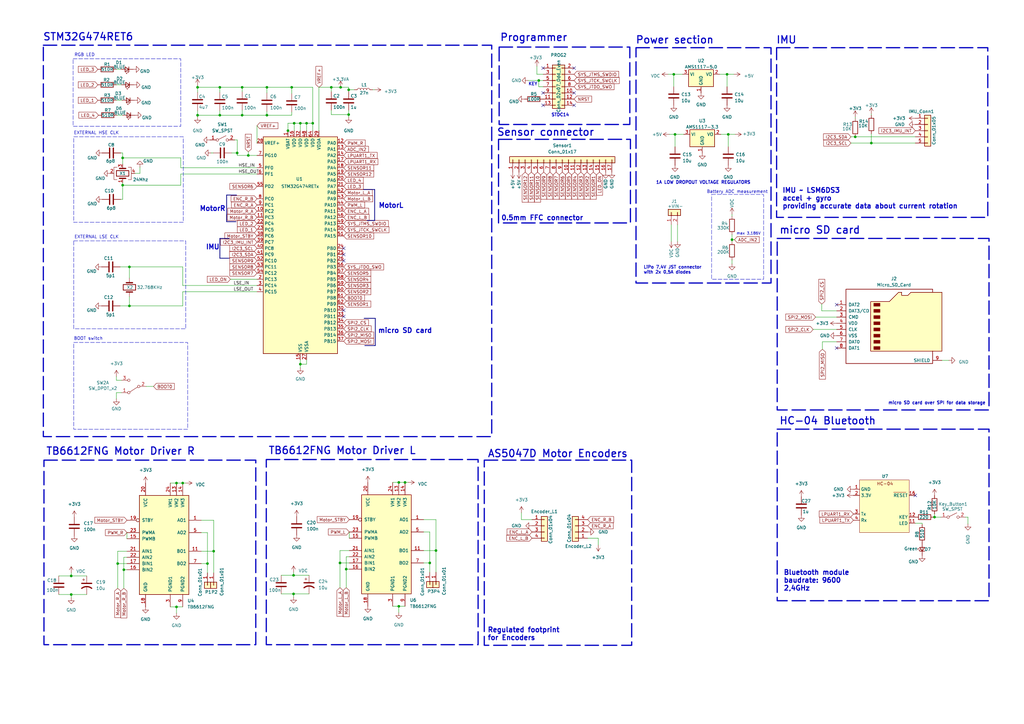
<source format=kicad_sch>
(kicad_sch (version 20231120) (generator "eeschema") (generator_version "8.0")
  (paper "A3")
  (junction (at 53.086 109.474))
  (junction (at 139.7 35.814))
  (junction (at 101.854 63.754))
  (junction (at 90.17 35.814))
  (junction (at 143.002 36.83))
  (junction (at 90.17 47.244))
  (junction (at 276.352 30.48))
  (junction (at 81.026 47.244))
  (junction (at 300.228 98.298))
  (junction (at 72.39 198.12))
  (junction (at 50.292 75.946))
  (junction (at 74.93 198.12))
  (junction (at 87.63 226.06))
  (junction (at 123.19 50.546))
  (junction (at 50.8 233.68))
  (junction (at 120.396 243.586))
  (junction (at 139.446 230.886))
  (junction (at 163.576 197.866))
  (junction (at 85.09 231.14))
  (junction (at 178.816 225.806))
  (junction (at 109.474 47.244))
  (junction (at 128.27 50.546))
  (junction (at 120.396 235.966))
  (junction (at 350.774 56.134))
  (junction (at 141.986 233.426))
  (junction (at 99.314 35.814))
  (junction (at 176.276 230.886))
  (junction (at 99.314 47.244))
  (junction (at 298.196 30.48))
  (junction (at 72.39 248.92))
  (junction (at 118.11 53.594))
  (junction (at 220.98 33.02))
  (junction (at 81.026 35.814))
  (junction (at 166.116 197.866))
  (junction (at 357.378 58.674))
  (junction (at 29.21 243.84))
  (junction (at 123.19 149.352))
  (junction (at 48.26 231.14))
  (junction (at 276.86 55.118))
  (junction (at 97.282 62.738))
  (junction (at 119.634 35.814))
  (junction (at 29.21 236.22))
  (junction (at 109.474 35.814))
  (junction (at 298.704 55.118))
  (junction (at 163.576 248.666))
  (junction (at 383.286 212.09))
  (junction (at 135.89 35.814))
  (junction (at 50.292 64.77))
  (junction (at 125.73 50.546))
  (junction (at 143.002 46.99))
  (junction (at 53.086 125.476))
  (junction (at 120.65 50.546))
  (no_connect (at 140.97 129.794))
  (no_connect (at 343.154 124.968))
  (no_connect (at 140.97 106.934))
  (no_connect (at 140.97 127.254))
  (no_connect (at 140.97 101.854))
  (no_connect (at 375.412 203.2))
  (no_connect (at 343.154 142.748))
  (no_connect (at 235.458 27.94))
  (no_connect (at 235.458 38.1))
  (no_connect (at 222.758 38.1))
  (no_connect (at 140.97 104.394))
  (no_connect (at 222.758 43.18))
  (no_connect (at 222.758 27.94))
  (no_connect (at 235.458 43.18))
  (wire (pts (xy 130.81 35.814) (xy 135.89 35.814)))
  (wire (pts (xy 76.2 198.12) (xy 74.93 198.12)))
  (wire (pts (xy 53.086 109.474) (xy 74.93 109.474)))
  (wire (pts (xy 90.17 47.244) (xy 99.314 47.244)))
  (wire (pts (xy 378.206 214.63) (xy 378.206 215.138)))
  (wire (pts (xy 274.574 55.118) (xy 276.86 55.118)))
  (wire (pts (xy 295.656 55.118) (xy 298.704 55.118)))
  (wire (pts (xy 97.282 57.404) (xy 97.282 62.738)))
  (wire (pts (xy 125.73 50.546) (xy 128.27 50.546)))
  (wire (pts (xy 120.396 243.586) (xy 126.746 243.586)))
  (wire (pts (xy 337.312 140.208) (xy 337.312 143.256)))
  (wire (pts (xy 105.41 51.562) (xy 105.41 58.674)))
  (wire (pts (xy 90.17 45.466) (xy 90.17 47.244)))
  (wire (pts (xy 29.21 243.84) (xy 29.21 245.11)))
  (wire (pts (xy 47.752 41.148) (xy 50.038 41.148)))
  (wire (pts (xy 101.854 62.23) (xy 101.854 63.754)))
  (wire (pts (xy 348.996 56.134) (xy 350.774 56.134)))
  (wire (pts (xy 300.228 96.266) (xy 300.228 98.298)))
  (wire (pts (xy 109.474 35.814) (xy 99.314 35.814)))
  (wire (pts (xy 139.446 241.046) (xy 139.446 230.886)))
  (wire (pts (xy 118.11 53.848) (xy 118.11 53.594)))
  (wire (pts (xy 50.8 233.68) (xy 52.07 233.68)))
  (wire (pts (xy 109.474 45.72) (xy 109.474 47.244)))
  (wire (pts (xy 48.26 231.14) (xy 52.07 231.14)))
  (wire (pts (xy 109.474 47.244) (xy 119.634 47.244)))
  (wire (pts (xy 143.002 36.83) (xy 143.002 37.592)))
  (wire (pts (xy 53.086 125.476) (xy 74.93 125.476)))
  (wire (pts (xy 49.276 125.476) (xy 53.086 125.476)))
  (bus (pts (xy 90.17 105.918) (xy 93.98 105.918)))
  (wire (pts (xy 47.752 34.798) (xy 49.784 34.798)))
  (wire (pts (xy 85.09 231.14) (xy 85.09 234.95)))
  (wire (pts (xy 378.206 214.63) (xy 375.412 214.63)))
  (wire (pts (xy 94.488 114.554) (xy 105.41 114.554)))
  (wire (pts (xy 275.336 92.202) (xy 275.336 99.06)))
  (wire (pts (xy 135.89 46.99) (xy 135.89 45.212)))
  (wire (pts (xy 120.396 234.696) (xy 120.396 235.966)))
  (wire (pts (xy 139.446 230.886) (xy 143.256 230.886)))
  (wire (pts (xy 29.21 236.22) (xy 35.56 236.22)))
  (wire (pts (xy 167.386 197.866) (xy 166.116 197.866)))
  (wire (pts (xy 123.19 50.546) (xy 125.73 50.546)))
  (wire (pts (xy 50.8 228.6) (xy 50.8 233.68)))
  (wire (pts (xy 97.282 57.404) (xy 96.266 57.404)))
  (wire (pts (xy 48.26 226.06) (xy 52.07 226.06)))
  (wire (pts (xy 123.19 50.546) (xy 123.19 53.594)))
  (wire (pts (xy 385.826 212.09) (xy 383.286 212.09)))
  (wire (pts (xy 125.73 50.546) (xy 125.73 53.594)))
  (wire (pts (xy 163.576 197.866) (xy 166.116 197.866)))
  (wire (pts (xy 357.378 58.674) (xy 375.412 58.674)))
  (wire (pts (xy 128.27 53.594) (xy 128.27 50.546)))
  (wire (pts (xy 72.39 248.92) (xy 72.39 251.46)))
  (wire (pts (xy 245.364 220.726) (xy 241.046 220.726)))
  (bus (pts (xy 153.924 141.732) (xy 149.606 141.732)))
  (wire (pts (xy 85.09 218.44) (xy 85.09 231.14)))
  (wire (pts (xy 123.19 150.876) (xy 123.19 149.352)))
  (wire (pts (xy 99.314 35.814) (xy 99.314 37.592)))
  (bus (pts (xy 97.028 80.01) (xy 92.964 80.01)))
  (wire (pts (xy 29.21 234.95) (xy 29.21 236.22)))
  (wire (pts (xy 276.86 55.118) (xy 280.416 55.118)))
  (wire (pts (xy 49.276 109.474) (xy 53.086 109.474)))
  (wire (pts (xy 213.868 213.106) (xy 218.186 213.106)))
  (bus (pts (xy 149.352 130.556) (xy 153.924 130.556)))
  (wire (pts (xy 82.55 226.06) (xy 87.63 226.06)))
  (bus (pts (xy 153.67 77.724) (xy 153.67 90.424)))
  (bus (pts (xy 92.964 80.01) (xy 92.964 90.932)))
  (wire (pts (xy 53.086 121.666) (xy 53.086 125.476)))
  (wire (pts (xy 386.334 147.828) (xy 389.128 147.828)))
  (wire (pts (xy 50.292 81.788) (xy 49.53 81.788)))
  (wire (pts (xy 178.816 225.806) (xy 178.816 234.696)))
  (wire (pts (xy 118.11 53.594) (xy 118.11 50.546)))
  (bus (pts (xy 149.098 77.724) (xy 153.67 77.724)))
  (wire (pts (xy 120.65 53.594) (xy 120.65 50.546)))
  (wire (pts (xy 119.634 35.814) (xy 109.474 35.814)))
  (wire (pts (xy 135.89 35.814) (xy 139.7 35.814)))
  (wire (pts (xy 397.002 212.09) (xy 395.986 212.09)))
  (wire (pts (xy 300.228 98.298) (xy 300.228 99.06)))
  (wire (pts (xy 50.292 64.77) (xy 50.292 67.31)))
  (wire (pts (xy 120.396 235.966) (xy 126.746 235.966)))
  (wire (pts (xy 163.576 248.666) (xy 166.116 248.666)))
  (wire (pts (xy 72.39 198.12) (xy 74.93 198.12)))
  (wire (pts (xy 276.86 55.118) (xy 276.86 60.198)))
  (wire (pts (xy 118.11 50.546) (xy 120.65 50.546)))
  (wire (pts (xy 298.196 30.48) (xy 298.196 35.56)))
  (bus (pts (xy 93.98 97.79) (xy 90.17 97.79)))
  (wire (pts (xy 81.026 35.814) (xy 81.026 37.846)))
  (wire (pts (xy 357.378 47.244) (xy 357.378 46.736)))
  (wire (pts (xy 143.002 45.212) (xy 143.002 46.99)))
  (wire (pts (xy 49.784 155.956) (xy 47.752 155.956)))
  (wire (pts (xy 173.736 225.806) (xy 178.816 225.806)))
  (wire (pts (xy 383.286 210.82) (xy 383.286 212.09)))
  (wire (pts (xy 222.758 35.56) (xy 220.98 35.56)))
  (wire (pts (xy 143.256 218.186) (xy 143.256 220.726)))
  (wire (pts (xy 49.784 161.036) (xy 47.752 161.036)))
  (wire (pts (xy 350.774 56.134) (xy 375.412 56.134)))
  (wire (pts (xy 24.13 236.22) (xy 29.21 236.22)))
  (wire (pts (xy 52.07 228.6) (xy 50.8 228.6)))
  (wire (pts (xy 74.168 68.834) (xy 105.41 68.834)))
  (wire (pts (xy 69.85 248.92) (xy 72.39 248.92)))
  (wire (pts (xy 101.854 63.754) (xy 97.282 63.754)))
  (wire (pts (xy 173.736 230.886) (xy 176.276 230.886)))
  (wire (pts (xy 216.662 33.02) (xy 220.98 33.02)))
  (wire (pts (xy 82.55 231.14) (xy 85.09 231.14)))
  (wire (pts (xy 343.154 140.208) (xy 337.312 140.208)))
  (wire (pts (xy 47.752 28.448) (xy 49.53 28.448)))
  (wire (pts (xy 145.288 36.83) (xy 143.002 36.83)))
  (wire (pts (xy 123.19 149.352) (xy 125.73 149.352)))
  (wire (pts (xy 81.026 47.244) (xy 90.17 47.244)))
  (wire (pts (xy 74.168 71.374) (xy 74.168 75.946)))
  (wire (pts (xy 143.256 228.346) (xy 141.986 228.346)))
  (wire (pts (xy 176.276 230.886) (xy 176.276 234.696)))
  (wire (pts (xy 57.404 68.58) (xy 57.404 71.12)))
  (wire (pts (xy 245.364 223.52) (xy 245.364 220.726)))
  (wire (pts (xy 295.148 30.48) (xy 298.196 30.48)))
  (wire (pts (xy 220.218 27.178) (xy 220.218 30.48)))
  (wire (pts (xy 277.876 92.202) (xy 277.876 99.06)))
  (wire (pts (xy 337.058 124.714) (xy 337.058 127.508)))
  (wire (pts (xy 81.026 35.052) (xy 81.026 35.814)))
  (wire (pts (xy 47.752 155.956) (xy 47.752 154.432)))
  (wire (pts (xy 120.65 50.546) (xy 123.19 50.546)))
  (wire (pts (xy 74.168 71.374) (xy 105.41 71.374)))
  (wire (pts (xy 276.352 30.48) (xy 279.908 30.48)))
  (wire (pts (xy 81.026 45.466) (xy 81.026 47.244)))
  (wire (pts (xy 357.378 54.864) (xy 357.378 58.674)))
  (wire (pts (xy 135.89 46.99) (xy 143.002 46.99)))
  (wire (pts (xy 74.168 64.77) (xy 74.168 68.834)))
  (wire (pts (xy 86.614 62.738) (xy 87.376 62.738)))
  (wire (pts (xy 87.63 213.36) (xy 87.63 226.06)))
  (wire (pts (xy 298.704 55.118) (xy 301.498 55.118)))
  (wire (pts (xy 99.314 35.814) (xy 90.17 35.814)))
  (wire (pts (xy 74.93 119.634) (xy 105.41 119.634)))
  (wire (pts (xy 24.13 243.84) (xy 29.21 243.84)))
  (wire (pts (xy 74.168 64.77) (xy 50.292 64.77)))
  (wire (pts (xy 74.93 125.476) (xy 74.93 119.634)))
  (wire (pts (xy 52.07 218.44) (xy 52.07 220.98)))
  (wire (pts (xy 300.228 98.298) (xy 301.244 98.298)))
  (wire (pts (xy 213.868 210.312) (xy 213.868 213.106)))
  (wire (pts (xy 161.036 248.666) (xy 163.576 248.666)))
  (wire (pts (xy 220.218 30.48) (xy 222.758 30.48)))
  (wire (pts (xy 90.17 35.814) (xy 81.026 35.814)))
  (wire (pts (xy 173.736 213.106) (xy 178.816 213.106)))
  (wire (pts (xy 74.168 75.946) (xy 50.292 75.946)))
  (wire (pts (xy 99.314 47.244) (xy 109.474 47.244)))
  (wire (pts (xy 48.26 231.14) (xy 48.26 241.3)))
  (wire (pts (xy 90.17 35.814) (xy 90.17 37.846)))
  (wire (pts (xy 82.55 213.36) (xy 87.63 213.36)))
  (wire (pts (xy 178.816 213.106) (xy 178.816 225.806)))
  (wire (pts (xy 298.196 30.48) (xy 300.99 30.48)))
  (wire (pts (xy 141.986 233.426) (xy 141.986 241.046)))
  (wire (pts (xy 69.85 198.12) (xy 72.39 198.12)))
  (wire (pts (xy 153.67 36.83) (xy 152.908 36.83)))
  (wire (pts (xy 128.27 35.814) (xy 119.634 35.814)))
  (wire (pts (xy 333.502 135.128) (xy 343.154 135.128)))
  (wire (pts (xy 276.352 30.48) (xy 276.352 35.56)))
  (wire (pts (xy 130.81 35.814) (xy 130.81 53.594)))
  (wire (pts (xy 48.006 47.244) (xy 50.292 47.244)))
  (wire (pts (xy 176.276 218.186) (xy 176.276 230.886)))
  (wire (pts (xy 163.576 248.666) (xy 163.576 251.206)))
  (wire (pts (xy 350.774 48.514) (xy 350.774 48.006)))
  (wire (pts (xy 97.282 63.754) (xy 97.282 62.738)))
  (wire (pts (xy 135.89 37.592) (xy 135.89 35.814)))
  (wire (pts (xy 161.036 197.866) (xy 163.576 197.866)))
  (wire (pts (xy 397.002 214.884) (xy 397.002 212.09)))
  (wire (pts (xy 97.282 62.738) (xy 94.996 62.738)))
  (wire (pts (xy 143.002 35.814) (xy 143.002 36.83)))
  (wire (pts (xy 220.98 33.02) (xy 222.758 33.02)))
  (wire (pts (xy 120.396 243.586) (xy 120.396 244.856)))
  (wire (pts (xy 139.446 225.806) (xy 143.256 225.806)))
  (wire (pts (xy 139.446 230.886) (xy 139.446 225.806)))
  (wire (pts (xy 53.086 114.046) (xy 53.086 109.474)))
  (wire (pts (xy 173.736 218.186) (xy 176.276 218.186)))
  (wire (pts (xy 59.944 158.496) (xy 62.992 158.496)))
  (wire (pts (xy 143.002 46.99) (xy 143.002 48.006)))
  (wire (pts (xy 82.55 218.44) (xy 85.09 218.44)))
  (bus (pts (xy 92.964 90.932) (xy 96.774 90.932)))
  (wire (pts (xy 348.996 58.674) (xy 357.378 58.674)))
  (wire (pts (xy 74.93 117.094) (xy 105.41 117.094)))
  (wire (pts (xy 119.634 35.814) (xy 119.634 38.354)))
  (bus (pts (xy 153.67 90.424) (xy 150.622 90.424)))
  (wire (pts (xy 125.73 149.352) (xy 125.73 147.574)))
  (wire (pts (xy 50.292 74.93) (xy 50.292 75.946)))
  (wire (pts (xy 50.8 233.68) (xy 50.8 241.3)))
  (wire (pts (xy 115.316 243.586) (xy 120.396 243.586)))
  (wire (pts (xy 274.066 30.48) (xy 276.352 30.48)))
  (wire (pts (xy 343.154 127.508) (xy 337.058 127.508)))
  (wire (pts (xy 109.474 35.814) (xy 109.474 38.1)))
  (wire (pts (xy 74.93 117.094) (xy 74.93 109.474)))
  (wire (pts (xy 81.026 48.006) (xy 81.026 47.244)))
  (wire (pts (xy 334.518 130.048) (xy 343.154 130.048)))
  (wire (pts (xy 101.854 63.754) (xy 105.41 63.754)))
  (bus (pts (xy 90.17 97.79) (xy 90.17 105.918)))
  (wire (pts (xy 298.704 55.118) (xy 298.704 60.198)))
  (wire (pts (xy 72.39 248.92) (xy 74.93 248.92)))
  (wire (pts (xy 87.63 226.06) (xy 87.63 234.95)))
  (wire (pts (xy 47.752 161.036) (xy 47.752 163.576)))
  (wire (pts (xy 141.986 233.426) (xy 143.256 233.426)))
  (wire (pts (xy 300.228 106.68) (xy 300.228 108.204)))
  (bus (pts (xy 153.924 130.556) (xy 153.924 141.732)))
  (wire (pts (xy 383.032 212.09) (xy 383.286 212.09)))
  (wire (pts (xy 139.7 35.814) (xy 143.002 35.814)))
  (wire (pts (xy 119.634 45.974) (xy 119.634 47.244)))
  (wire (pts (xy 141.986 228.346) (xy 141.986 233.426)))
  (wire (pts (xy 300.228 87.884) (xy 300.228 88.646)))
  (wire (pts (xy 50.292 75.946) (xy 50.292 81.788)))
  (wire (pts (xy 50.292 62.738) (xy 50.292 64.77)))
  (wire (pts (xy 49.53 62.738) (xy 50.292 62.738)))
  (wire (pts (xy 115.316 235.966) (xy 120.396 235.966)))
  (wire (pts (xy 57.404 71.12) (xy 55.372 71.12)))
  (wire (pts (xy 128.27 50.546) (xy 128.27 35.814)))
  (wire (pts (xy 29.21 243.84) (xy 35.56 243.84)))
  (wire (pts (xy 220.98 35.56) (xy 220.98 33.02)))
  (wire (pts (xy 99.314 45.212) (xy 99.314 47.244)))
  (wire (pts (xy 123.19 149.352) (xy 123.19 147.574)))
  (wire (pts (xy 48.26 231.14) (xy 48.26 226.06)))
  (rectangle (start 30.226 140.462) (end 76.962 176.022) (stroke (width 0) (type dash)))
  (rectangle (start 198.628 188.722) (end 259.08 264.668) (stroke (width 0.5) (type dash)))
  (rectangle (start 17.78 18.542) (end 201.676 179.07) (stroke (width 0.5) (type dash)))
  (rectangle (start 29.972 24.13) (end 74.168 51.816) (stroke (width 0) (type dash)))
  (rectangle (start 318.77 176.022) (end 405.638 246.38) (stroke (width 0.5) (type dash)))
  (rectangle (start 109.22 188.468) (end 196.088 264.414) (stroke (width 0.5) (type dash)))
  (rectangle (start 318.77 97.79) (end 405.638 168.148) (stroke (width 0.5) (type dash)))
  (rectangle (start 30.226 56.134) (end 75.184 91.186) (stroke (width 0) (type dash)))
  (rectangle (start 318.516 19.558) (end 405.13 89.154) (stroke (width 0.5) (type dash)))
  (rectangle (start 204.724 19.304) (end 258.318 51.054) (stroke (width 0.5) (type dash)))
  (rectangle (start 30.226 98.806) (end 76.2 134.874) (stroke (width 0) (type dash)))
  (rectangle (start 260.858 19.558) (end 316.23 116.078) (stroke (width 0.5) (type dash)))
  (rectangle (start 291.846 79.756) (end 313.182 114.554) (stroke (width 0) (type dash)))
  (rectangle (start 204.47 57.15) (end 258.572 91.44) (stroke (width 0.5) (type dash)))
  (rectangle (start 18.034 188.722) (end 104.902 264.414) (stroke (width 0.5) (type dash)))
  (text "EXTERNAL LSE CLK" (at 30.48 98.044 0) (effects (font (size 1.27 1.27)) (justify left bottom)))
  (text "BOOT switch" (at 30.226 139.7 0) (effects (font (size 1.27 1.27)) (justify left bottom)))
  (text "EXTERNAL HSE CLK" (at 30.226 55.372 0) (effects (font (size 1.27 1.27)) (justify left bottom)))
  (text "micro SD card" (at 319.532 96.266 0) (effects (font (size 3 3) (thickness 0.454) (bold yes)) (justify left bottom)))
  (text "IMU" (at 84.328 102.616 0) (effects (font (size 2 2) (thickness 0.4) (bold yes)) (justify left bottom)))
  (text "STM32G474RET6" (at 17.526 17.018 0) (effects (font (size 3 3) (thickness 0.454) (bold yes)) (justify left bottom)))
  (text "KEY" (at 216.662 35.306 0) (effects (font (size 1.27 1.27) (bold yes)) (justify left bottom)))
  (text "0.5mm FFC connector\n" (at 205.486 90.678 0) (effects (font (size 2 2) (thickness 0.4) (bold yes)) (justify left bottom)))
  (text "micro SD card" (at 154.94 136.906 0) (effects (font (size 2 2) (thickness 0.4) (bold yes)) (justify left bottom)))
  (text "RGB LED " (at 30.48 23.368 0) (effects (font (size 1.27 1.27)) (justify left bottom)))
  (text "AS5047D Motor Encoders" (at 199.898 187.96 0) (effects (font (size 3 3) (thickness 0.454) (bold yes)) (justify left bottom)))
  (text "MotorL\n" (at 155.194 85.598 0) (effects (font (size 2 2) (thickness 0.4) (bold yes)) (justify left bottom)))
  (text "Sensor connector" (at 203.708 56.134 0) (effects (font (size 3 3) (thickness 0.454) (bold yes)) (justify left bottom)))
  (text "STDC14" (at 226.06 48.006 0) (effects (font (size 1.27 1.27) (thickness 0.254) (bold yes)) (justify left bottom)))
  (text "Regulated footprint\nfor Encoders" (at 199.898 262.89 0) (effects (font (size 2 2) (thickness 0.4) (bold yes)) (justify left bottom)))
  (text "TB6612FNG Motor Driver L" (at 109.982 186.69 0) (effects (font (size 3 3) (thickness 0.454) (bold yes)) (justify left bottom)))
  (text "LiPo 7,4V JST connector\nwith 2x 0,5A diodes" (at 263.906 112.522 0) (effects (font (size 1.27 1.27) (thickness 0.254) (bold yes)) (justify left bottom)))
  (text "HC-04 Bluetooth" (at 319.532 174.498 0) (effects (font (size 3 3) (thickness 0.454) (bold yes)) (justify left bottom)))
  (text "micro SD card over SPI for data storage" (at 364.236 166.116 0) (effects (font (size 1.27 1.27) (thickness 0.254) (bold yes)) (justify left bottom)))
  (text "1A LOW DROPOUT VOLTAGE REGULATORS" (at 268.986 75.692 0) (effects (font (size 1.27 1.27) (thickness 0.254) (bold yes)) (justify left bottom)))
  (text "IMU" (at 318.262 18.288 0) (effects (font (size 3 3) (thickness 0.454) (bold yes)) (justify left bottom)))
  (text "IMU ~ LSM6DS3\naccel + gyro \nproviding accurate data about current rotation" (at 320.802 85.852 0) (effects (font (size 2 2) (thickness 0.4) (bold yes)) (justify left bottom)))
  (text "Power section" (at 260.604 18.288 0) (effects (font (size 3 3) (thickness 0.454) (bold yes)) (justify left bottom)))
  (text "Battery ADC measurement" (at 289.814 79.502 0) (effects (font (size 1.27 1.27)) (justify left bottom)))
  (text "max 3,186V" (at 302.006 96.52 0) (effects (font (size 1.1 1.1)) (justify left bottom)))
  (text "MotorR\n" (at 81.788 86.868 0) (effects (font (size 2 2) (thickness 0.4) (bold yes)) (justify left bottom)))
  (text "Programmer" (at 204.978 17.272 0) (effects (font (size 3 3) (thickness 0.454) (bold yes)) (justify left bottom)))
  (text "TB6612FNG Motor Driver R" (at 18.796 186.944 0) (effects (font (size 3 3) (thickness 0.454) (bold yes)) (justify left bottom)))
  (text "Bluetooth module\nbaudrate: 9600\n2,4GHz" (at 321.31 242.57 0) (effects (font (size 2 2) (thickness 0.4) (bold yes)) (justify left bottom)))
  (label "HSE_IN" (at 97.79 68.834 0))
  (label "LSE_OUT" (at 95.758 119.634 0))
  (label "HSE_OUT" (at 97.79 71.374 0))
  (label "LSE_IN" (at 95.758 117.094 0))
  (global_label "SPI2_CLK" (shape input) (at 333.502 135.128 180) (property "Intersheetrefs" "${INTERSHEET_REFS}" (effects (hide yes))))
  (global_label "SENSOR2" (shape input) (at 240.792 70.612 270) (property "Intersheetrefs" "${INTERSHEET_REFS}" (effects (hide yes))))
  (global_label "SENSOR5" (shape input) (at 140.97 112.014 0) (property "Intersheetrefs" "${INTERSHEET_REFS}" (effects (hide yes))))
  (global_label "SPI2_MISO" (shape input) (at 337.312 143.256 270) (property "Intersheetrefs" "${INTERSHEET_REFS}" (effects (hide yes))))
  (global_label "SENSOR1" (shape input) (at 140.97 124.714 0) (property "Intersheetrefs" "${INTERSHEET_REFS}" (effects (hide yes))))
  (global_label "SYS_JTDO_SWO" (shape input) (at 140.97 109.474 0) (property "Intersheetrefs" "${INTERSHEET_REFS}" (effects (hide yes))))
  (global_label "ADC_IN2" (shape input) (at 140.97 61.214 0) (property "Intersheetrefs" "${INTERSHEET_REFS}" (effects (hide yes))))
  (global_label "SENSOR5" (shape input) (at 233.172 70.612 270) (property "Intersheetrefs" "${INTERSHEET_REFS}" (effects (hide yes))))
  (global_label "Motor_L_A" (shape input) (at 140.97 78.994 0) (property "Intersheetrefs" "${INTERSHEET_REFS}" (effects (hide yes))))
  (global_label "SENSOR7" (shape input) (at 228.092 70.612 270) (property "Intersheetrefs" "${INTERSHEET_REFS}" (effects (hide yes))))
  (global_label "SPI2_CS" (shape input) (at 337.058 124.714 90) (property "Intersheetrefs" "${INTERSHEET_REFS}" (effects (hide yes))))
  (global_label "Motor_R_B" (shape input) (at 105.41 89.154 180) (property "Intersheetrefs" "${INTERSHEET_REFS}" (effects (hide yes))))
  (global_label "LED_ON" (shape input) (at 245.872 70.612 270) (property "Intersheetrefs" "${INTERSHEET_REFS}" (effects (hide yes))))
  (global_label "LED_2" (shape input) (at 105.41 91.694 180) (property "Intersheetrefs" "${INTERSHEET_REFS}" (effects (hide yes))))
  (global_label "I2C3_SDA" (shape input) (at 105.41 104.394 180) (property "Intersheetrefs" "${INTERSHEET_REFS}" (effects (hide yes))))
  (global_label "BOOT0" (shape input) (at 140.97 122.174 0) (property "Intersheetrefs" "${INTERSHEET_REFS}" (effects (hide yes))))
  (global_label "ENC_R_A" (shape input) (at 105.41 84.074 180) (property "Intersheetrefs" "${INTERSHEET_REFS}" (effects (hide yes))))
  (global_label "LED_1" (shape input) (at 105.41 94.234 180) (property "Intersheetrefs" "${INTERSHEET_REFS}" (effects (hide yes))))
  (global_label "LED_4" (shape input) (at 40.386 47.244 180) (property "Intersheetrefs" "${INTERSHEET_REFS}" (effects (hide yes))))
  (global_label "I2C3_IMU_INT" (shape input) (at 105.41 99.314 180) (property "Intersheetrefs" "${INTERSHEET_REFS}" (effects (hide yes))))
  (global_label "SENSOR3" (shape input) (at 238.252 70.612 270) (property "Intersheetrefs" "${INTERSHEET_REFS}" (effects (hide yes))))
  (global_label "SENSOR9" (shape input) (at 223.012 70.612 270) (property "Intersheetrefs" "${INTERSHEET_REFS}" (effects (hide yes))))
  (global_label "PWM_R" (shape input) (at 140.97 58.674 0) (property "Intersheetrefs" "${INTERSHEET_REFS}" (effects (hide yes))))
  (global_label "LPUART1_TX" (shape input) (at 140.97 63.754 0) (property "Intersheetrefs" "${INTERSHEET_REFS}" (effects (hide yes))))
  (global_label "SENSOR10" (shape input) (at 220.472 70.612 270) (property "Intersheetrefs" "${INTERSHEET_REFS}" (effects (hide yes))))
  (global_label "I2C3_SCL" (shape input) (at 348.996 58.674 180) (property "Intersheetrefs" "${INTERSHEET_REFS}" (effects (hide yes))))
  (global_label "SENSOR12" (shape input) (at 140.97 71.374 0) (property "Intersheetrefs" "${INTERSHEET_REFS}" (effects (hide yes))))
  (global_label "SENSOR4" (shape input) (at 235.712 70.612 270) (property "Intersheetrefs" "${INTERSHEET_REFS}" (effects (hide yes))))
  (global_label "LED_1" (shape input) (at 40.132 41.148 180) (property "Intersheetrefs" "${INTERSHEET_REFS}" (effects (hide yes))))
  (global_label "ENC_L_A" (shape input) (at 140.97 86.614 0) (property "Intersheetrefs" "${INTERSHEET_REFS}" (effects (hide yes))))
  (global_label "ENC_R_B" (shape input) (at 241.046 213.106 0) (property "Intersheetrefs" "${INTERSHEET_REFS}" (effects (hide yes))))
  (global_label "Motor_L_B" (shape input) (at 141.986 241.046 270) (property "Intersheetrefs" "${INTERSHEET_REFS}" (effects (hide yes))))
  (global_label "SENSOR3" (shape input) (at 140.97 117.094 0) (property "Intersheetrefs" "${INTERSHEET_REFS}" (effects (hide yes))))
  (global_label "SENSOR1" (shape input) (at 243.332 70.612 270) (property "Intersheetrefs" "${INTERSHEET_REFS}" (effects (hide yes))))
  (global_label "SENSOR7" (shape input) (at 105.41 112.014 180) (property "Intersheetrefs" "${INTERSHEET_REFS}" (effects (hide yes))))
  (global_label "VREF+" (shape input) (at 130.81 35.814 90) (property "Intersheetrefs" "${INTERSHEET_REFS}" (effects (hide yes))))
  (global_label "SPI2_MISO" (shape input) (at 140.97 137.414 0) (property "Intersheetrefs" "${INTERSHEET_REFS}" (effects (hide yes))))
  (global_label "NRST" (shape input) (at 235.458 40.64 0) (property "Intersheetrefs" "${INTERSHEET_REFS}" (effects (hide yes))))
  (global_label "PWM_L" (shape input) (at 140.97 84.074 0) (property "Intersheetrefs" "${INTERSHEET_REFS}" (effects (hide yes))))
  (global_label "LED_ON" (shape input) (at 94.488 114.554 180) (property "Intersheetrefs" "${INTERSHEET_REFS}" (effects (hide yes))))
  (global_label "NRST" (shape input) (at 101.854 62.23 90) (property "Intersheetrefs" "${INTERSHEET_REFS}" (effects (hide yes))))
  (global_label "SENSOR8" (shape input) (at 225.552 70.612 270) (property "Intersheetrefs" "${INTERSHEET_REFS}" (effects (hide yes))))
  (global_label "SENSOR12" (shape input) (at 215.392 70.612 270) (property "Intersheetrefs" "${INTERSHEET_REFS}" (effects (hide yes))))
  (global_label "Motor_R_A" (shape input) (at 105.41 86.614 180) (property "Intersheetrefs" "${INTERSHEET_REFS}" (effects (hide yes))))
  (global_label "ENC_R_B" (shape input) (at 105.41 81.534 180) (property "Intersheetrefs" "${INTERSHEET_REFS}" (effects (hide yes))))
  (global_label "LPUART1_RX" (shape input) (at 140.97 66.294 0) (property "Intersheetrefs" "${INTERSHEET_REFS}" (effects (hide yes))))
  (global_label "ENC_L_B" (shape input) (at 140.97 89.154 0) (property "Intersheetrefs" "${INTERSHEET_REFS}" (effects (hide yes))))
  (global_label "SENSOR8" (shape input) (at 105.41 109.474 180) (property "Intersheetrefs" "${INTERSHEET_REFS}" (effects (hide yes))))
  (global_label "I2C3_SCL" (shape input) (at 105.41 101.854 180) (property "Intersheetrefs" "${INTERSHEET_REFS}" (effects (hide yes))))
  (global_label "SPI2_CLK" (shape input) (at 140.97 134.874 0) (property "Intersheetrefs" "${INTERSHEET_REFS}" (effects (hide yes))))
  (global_label "SENSOR9" (shape input) (at 105.41 106.934 180) (property "Intersheetrefs" "${INTERSHEET_REFS}" (effects (hide yes))))
  (global_label "ENC_R_A" (shape input) (at 241.046 215.646 0) (property "Intersheetrefs" "${INTERSHEET_REFS}" (effects (hide yes))))
  (global_label "SENSOR6" (shape input) (at 230.632 70.612 270) (property "Intersheetrefs" "${INTERSHEET_REFS}" (effects (hide yes))))
  (global_label "SENSOR10" (shape input) (at 140.97 96.774 0) (property "Intersheetrefs" "${INTERSHEET_REFS}" (effects (hide yes))))
  (global_label "SYS_JTDO_SWO" (shape input) (at 235.458 35.56 0) (property "Intersheetrefs" "${INTERSHEET_REFS}" (effects (hide yes))))
  (global_label "ENC_L_B" (shape input) (at 218.186 220.726 180) (property "Intersheetrefs" "${INTERSHEET_REFS}" (effects (hide yes))))
  (global_label "Motor_STBY" (shape input) (at 143.256 213.106 180) (property "Intersheetrefs" "${INTERSHEET_REFS}" (effects (hide yes))))
  (global_label "SENSOR11" (shape input) (at 140.97 68.834 0) (property "Intersheetrefs" "${INTERSHEET_REFS}" (effects (hide yes))))
  (global_label "SENSOR11" (shape input) (at 217.932 70.612 270) (property "Intersheetrefs" "${INTERSHEET_REFS}" (effects (hide yes))))
  (global_label "LPUART1_TX" (shape input) (at 350.012 213.36 180) (property "Intersheetrefs" "${INTERSHEET_REFS}" (effects (hide yes))))
  (global_label "SENSOR6" (shape input) (at 105.41 76.454 180) (property "Intersheetrefs" "${INTERSHEET_REFS}" (effects (hide yes))))
  (global_label "Motor_R_A" (shape input) (at 48.26 241.3 270) (property "Intersheetrefs" "${INTERSHEET_REFS}" (effects (hide yes))))
  (global_label "LPUART1_RX" (shape input) (at 350.012 210.82 180) (property "Intersheetrefs" "${INTERSHEET_REFS}" (effects (hide yes))))
  (global_label "SYS_JTCK_SWCLK" (shape input) (at 235.458 33.02 0) (property "Intersheetrefs" "${INTERSHEET_REFS}" (effects (hide yes))))
  (global_label "SYS_JTMS_SWDIO" (shape input) (at 140.97 91.694 0) (property "Intersheetrefs" "${INTERSHEET_REFS}" (effects (hide yes))))
  (global_label "Motor_R_B" (shape input) (at 50.8 241.3 270) (property "Intersheetrefs" "${INTERSHEET_REFS}" (effects (hide yes))))
  (global_label "SYS_JTCK_SWCLK" (shape input) (at 140.97 94.234 0) (property "Intersheetrefs" "${INTERSHEET_REFS}" (effects (hide yes))))
  (global_label "VREF+" (shape input) (at 105.41 51.562 0) (property "Intersheetrefs" "${INTERSHEET_REFS}" (effects (hide yes))))
  (global_label "Motor_STBY" (shape input) (at 105.41 96.774 180) (property "Intersheetrefs" "${INTERSHEET_REFS}" (effects (hide yes))))
  (global_label "BOOT0" (shape input) (at 62.992 158.496 0) (property "Intersheetrefs" "${INTERSHEET_REFS}" (effects (hide yes))))
  (global_label "ENC_L_A" (shape input) (at 218.186 218.186 180) (property "Intersheetrefs" "${INTERSHEET_REFS}" (effects (hide yes))))
  (global_label "LED_2" (shape input) (at 40.132 34.798 180) (property "Intersheetrefs" "${INTERSHEET_REFS}" (effects (hide yes))))
  (global_label "SENSOR2" (shape input) (at 140.97 119.634 0) (property "Intersheetrefs" "${INTERSHEET_REFS}" (effects (hide yes))))
  (global_label "LED_3" (shape input) (at 140.97 76.454 0) (property "Intersheetrefs" "${INTERSHEET_REFS}" (effects (hide yes))))
  (global_label "ADC_IN2" (shape input) (at 301.244 98.298 0) (property "Intersheetrefs" "${INTERSHEET_REFS}" (effects (hide yes))))
  (global_label "SPI2_MOSI" (shape input) (at 140.97 139.954 0) (property "Intersheetrefs" "${INTERSHEET_REFS}" (effects (hide yes))))
  (global_label "SYS_JTMS_SWDIO" (shape input) (at 235.458 30.48 0) (property "Intersheetrefs" "${INTERSHEET_REFS}" (effects (hide yes))))
  (global_label "SENSOR4" (shape input) (at 140.97 114.554 0) (property "Intersheetrefs" "${INTERSHEET_REFS}" (effects (hide yes))))
  (global_label "Motor_L_B" (shape input) (at 140.97 81.534 0) (property "Intersheetrefs" "${INTERSHEET_REFS}" (effects (hide yes))))
  (global_label "SPI2_CS" (shape input) (at 140.97 132.334 0) (property "Intersheetrefs" "${INTERSHEET_REFS}" (effects (hide yes))))
  (global_label "PWM_L" (shape input) (at 143.256 218.186 180) (property "Intersheetrefs" "${INTERSHEET_REFS}" (effects (hide yes))))
  (global_label "LED_4" (shape input) (at 140.97 73.914 0) (property "Intersheetrefs" "${INTERSHEET_REFS}" (effects (hide yes))))
  (global_label "LED_3" (shape input) (at 40.132 28.448 180) (property "Intersheetrefs" "${INTERSHEET_REFS}" (effects (hide yes))))
  (global_label "Motor_L_A" (shape input) (at 139.446 241.046 270) (property "Intersheetrefs" "${INTERSHEET_REFS}" (effects (hide yes))))
  (global_label "I2C3_IMU_INT" (shape input) (at 375.412 53.594 180) (property "Intersheetrefs" "${INTERSHEET_REFS}" (effects (hide yes))))
  (global_label "I2C3_SDA" (shape input) (at 348.996 56.134 180) (property "Intersheetrefs" "${INTERSHEET_REFS}" (effects (hide yes))))
  (global_label "SPI2_MOSI" (shape input) (at 334.518 130.048 180) (property "Intersheetrefs" "${INTERSHEET_REFS}" (effects (hide yes))))
  (global_label "PWM_R" (shape input) (at 52.07 218.44 180) (property "Intersheetrefs" "${INTERSHEET_REFS}" (effects (hide yes))))
  (global_label "Motor_STBY" (shape input) (at 52.07 213.36 180) (property "Intersheetrefs" "${INTERSHEET_REFS}" (effects (hide yes))))
  (symbol (lib_id "power:GND") (at 343.154 137.668 270) (unit 1)
    (property "Reference" "#PWR024" (effects (hide yes)))
    (property "Value" "GND" (at 340.36 137.668 90) (effects (justify right)))
  )
  (symbol (lib_id "power:GND") (at 150.876 248.666 0) (unit 1)
    (property "Reference" "#PWR062" (effects (hide yes)))
    (property "Value" "GND" (at 150.876 253.746 0))
  )
  (symbol (lib_id "power:GND") (at 72.39 251.46 0) (unit 1)
    (property "Reference" "#PWR055" (effects (hide yes)))
    (property "Value" "GND" (at 72.39 256.54 0))
  )
  (symbol (lib_id "power:+3V3") (at 220.218 27.178 0) (unit 1)
    (property "Reference" "#PWR030" (effects (hide yes)))
    (property "Value" "+3V3" (at 219.71 23.622 0))
  )
  (symbol (lib_id "power:GND") (at 30.48 219.71 0) (unit 1)
    (property "Reference" "#PWR042" (effects (hide yes)))
    (property "Value" "GND" (at 30.48 224.79 0))
  )
  (symbol (lib_id "power:+3V3") (at 81.026 35.052 0) (unit 1)
    (property "Reference" "#PWR01" (effects (hide yes)))
    (property "Value" "+3V3" (at 81.026 31.75 0))
  )
  (symbol (lib_id "Device:R") (at 300.228 92.456 180) (unit 1)
    (property "Reference" "R4" (at 297.18 91.694 0))
    (property "Value" "330K" (at 296.672 93.472 0))
    (property "Footprint" "Resistor_SMD:R_0603_1608Metric" (effects (hide yes)))
  )
  (symbol (lib_id "Device:R") (at 218.948 40.64 90) (unit 1)
    (property "Reference" "R5" (at 218.948 38.608 90))
    (property "Value" "100R" (at 218.948 40.64 90))
    (property "Footprint" "Resistor_SMD:R_0603_1608Metric" (effects (hide yes)))
  )
  (symbol (lib_id "power:GND") (at 81.026 48.006 0) (unit 1)
    (property "Reference" "#PWR05" (effects (hide yes)))
    (property "Value" "GND" (at 81.026 53.594 0))
  )
  (symbol (lib_id "Device:C") (at 143.002 41.402 0) (unit 1)
    (property "Reference" "C3" (at 143.764 39.37 0) (effects (justify left)))
    (property "Value" "1u" (at 143.764 43.942 0) (effects (justify left)))
    (property "Footprint" "Capacitor_SMD:C_0603_1608Metric" (effects (hide yes)))
  )
  (symbol (lib_id "Device:C") (at 45.72 62.738 90) (unit 1)
    (property "Reference" "C8" (at 46.99 59.436 90) (effects (justify left)))
    (property "Value" "6p8" (at 47.244 66.04 90) (effects (justify left)))
    (property "Footprint" "Capacitor_SMD:C_0603_1608Metric" (effects (hide yes)))
  )
  (symbol (lib_id "Device:C_Polarized_US") (at 35.56 240.03 0) (unit 1)
    (property "Reference" "C19" (at 39.37 238.76 0) (effects (justify left)))
    (property "Value" "10u" (at 39.37 241.3 0) (effects (justify left)))
    (property "Footprint" "Capacitor_SMD:C_0603_1608Metric" (effects (hide yes)))
  )
  (symbol (lib_id "power:GND") (at 375.412 51.054 270) (unit 1)
    (property "Reference" "#PWR095" (effects (hide yes)))
    (property "Value" "GND" (at 371.094 51.0541 90) (effects (justify right)))
  )
  (symbol (lib_id "Device:C") (at 276.86 64.008 0) (unit 1)
    (property "Reference" "C15" (at 279.908 63.373 0) (effects (justify left)))
    (property "Value" "10u" (at 279.908 65.913 0) (effects (justify left)))
    (property "Footprint" "Capacitor_SMD:C_0603_1608Metric" (effects (hide yes)))
  )
  (symbol (lib_id "power:+3V3") (at 153.67 36.83 270) (unit 1)
    (property "Reference" "#PWR03" (effects (hide yes)))
    (property "Value" "+3V3" (at 157.48 37.465 90) (effects (justify left)))
  )
  (symbol (lib_id "Connector_Generic:Conn_01x04") (at 235.966 218.186 180) (unit 1)
    (property "Reference" "Encoder_L2" (at 237.236 224.028 0))
    (property "Value" "Conn_01x04" (at 233.426 216.662 90))
    (property "Footprint" "Libraries_SN:Encoder_short_conn" (effects (hide yes)))
    (property "Description" "Generic connector, single row, 01x04, script generated (kicad-library-utils/schlib/autogen/connector/)" (effects (hide yes)))
  )
  (symbol (lib_id "power:+3V3") (at 375.412 48.514 90) (unit 1)
    (property "Reference" "#PWR050" (effects (hide yes)))
    (property "Value" "+3V3" (at 371.348 48.5139 90) (effects (justify left)))
  )
  (symbol (lib_id "Device:C") (at 135.89 41.402 0) (unit 1)
    (property "Reference" "C2" (at 136.652 39.37 0) (effects (justify left)))
    (property "Value" "100n" (at 136.652 43.942 0) (effects (justify left)))
    (property "Footprint" "Capacitor_SMD:C_0603_1608Metric" (effects (hide yes)))
  )
  (symbol (lib_id "Device:C") (at 328.676 207.518 0) (unit 1)
    (property "Reference" "C27" (at 328.676 205.486 0) (effects (justify left)))
    (property "Value" "1u" (at 329.184 209.804 0) (effects (justify left)))
    (property "Footprint" "Capacitor_SMD:C_0603_1608Metric" (effects (hide yes)))
  )
  (symbol (lib_id "Switch:SW_DPDT_x2") (at 54.864 158.496 180) (unit 1)
    (property "Reference" "SW2" (at 42.164 156.972 0))
    (property "Value" "SW_DPDT_x2" (at 42.164 159.258 0))
    (property "Footprint" "Button_Switch_SMD:SW_SPDT_PCM12" (effects (hide yes)))
  )
  (symbol (lib_id "Connector_Generic:Conn_01x01") (at 178.816 239.776 270) (unit 1)
    (property "Reference" "P4" (at 177.8 242.57 90) (effects (justify left)))
    (property "Value" "Conn_01x01" (at 182.118 232.41 0) (effects (justify left)))
    (property "Footprint" "Connector_PinHeader_2.54mm:PinHeader_1x01_P2.54mm_Vertical" (effects (hide yes)))
    (property "Description" "Generic connector, single row, 01x01, script generated (kicad-library-utils/schlib/autogen/connector/)" (effects (hide yes)))
  )
  (symbol (lib_id "Device:C") (at 90.17 41.656 0) (unit 1)
    (property "Reference" "C5" (at 90.932 39.624 0) (effects (justify left)))
    (property "Value" "100n" (at 90.932 44.196 0) (effects (justify left)))
    (property "Footprint" "Capacitor_SMD:C_0603_1608Metric" (effects (hide yes)))
  )
  (symbol (lib_id "power:+3V3") (at 30.48 212.09 0) (unit 1)
    (property "Reference" "#PWR038" (effects (hide yes)))
    (property "Value" "+3V3" (at 30.48 206.756 0))
  )
  (symbol (lib_id "Connector_Generic:Conn_01x04") (at 223.266 215.646 0) (unit 1)
    (property "Reference" "Encoder_L1" (at 223.266 209.804 0))
    (property "Value" "Conn_01x04" (at 225.806 217.17 90))
    (property "Footprint" "Libraries_SN:Encoder_short_conn" (effects (hide yes)))
    (property "Description" "Generic connector, single row, 01x04, script generated (kicad-library-utils/schlib/autogen/connector/)" (effects (hide yes)))
  )
  (symbol (lib_id "power:GND") (at 86.106 57.404 270) (unit 1)
    (property "Reference" "#PWR07" (effects (hide yes)))
    (property "Value" "GND" (at 84.074 59.436 90) (effects (justify right)))
  )
  (symbol (lib_id "Device:L") (at 149.098 36.83 90) (unit 1)
    (property "Reference" "L1" (at 149.352 34.798 90))
    (property "Value" "27n" (at 149.352 38.1 90))
    (property "Footprint" "Inductor_SMD:L_0603_1608Metric" (effects (hide yes)))
  )
  (symbol (lib_id "power:GND") (at 389.128 147.828 90) (unit 1)
    (property "Reference" "#PWR034" (effects (hide yes)))
    (property "Value" "GND" (at 393.192 148.463 90) (effects (justify right)))
  )
  (symbol (lib_id "power:GND") (at 276.352 43.18 0) (unit 1)
    (property "Reference" "#PWR021" (effects (hide yes)))
    (property "Value" "GND" (at 276.352 48.006 0))
  )
  (symbol (lib_id "power:GND") (at 55.372 47.244 90) (unit 1)
    (property "Reference" "#PWR066" (effects (hide yes)))
    (property "Value" "GND" (at 58.166 48.26 90) (effects (justify right)))
  )
  (symbol (lib_id "power:GND") (at 163.576 251.206 0) (unit 1)
    (property "Reference" "#PWR063" (effects (hide yes)))
    (property "Value" "GND" (at 163.576 256.286 0))
  )
  (symbol (lib_id "Device:C") (at 45.466 125.476 90) (unit 1)
    (property "Reference" "C12" (at 46.482 121.92 90) (effects (justify left)))
    (property "Value" "5p1" (at 47.244 129.032 90) (effects (justify left)))
    (property "Footprint" "Capacitor_SMD:C_0603_1608Metric" (effects (hide yes)))
  )
  (symbol (lib_id "Connector_Generic:Conn_01x02") (at 275.336 87.122 90) (unit 1)
    (property "Reference" "J1" (at 275.336 82.55 90) (effects (justify right)))
    (property "Value" "+VIN-" (at 273.812 84.582 90) (effects (justify right)))
    (property "Footprint" "Connector_PinHeader_2.54mm:PinHeader_1x02_P2.54mm_Vertical" (effects (hide yes)))
    (property "Description" "Generic connector, single row, 01x02, script generated (kicad-library-utils/schlib/autogen/connector/)" (effects (hide yes)))
  )
  (symbol (lib_id "power:+3V3") (at 59.69 198.12 0) (unit 1)
    (property "Reference" "#PWR035" (effects (hide yes)))
    (property "Value" "+3V3" (at 59.69 192.786 0))
  )
  (symbol (lib_id "power:+3V3") (at 343.154 132.588 90) (unit 1)
    (property "Reference" "#PWR023" (effects (hide yes)))
    (property "Value" "+3V3" (at 339.852 132.588 90) (effects (justify left)))
  )
  (symbol (lib_id "power:GND") (at 47.752 163.576 0) (unit 1)
    (property "Reference" "#PWR017" (effects (hide yes)))
    (property "Value" "GND" (at 47.752 167.64 0))
  )
  (symbol (lib_id "power:VDC") (at 120.396 234.696 0) (unit 1)
    (property "Reference" "#PWR060" (effects (hide yes)))
    (property "Value" "VDC" (at 122.428 234.061 0) (effects (justify left)))
  )
  (symbol (lib_id "power:VDC") (at 274.066 30.48 90) (unit 1)
    (property "Reference" "#PWR018" (effects (hide yes)))
    (property "Value" "VDC" (at 270.764 31.115 90) (effects (justify left)))
  )
  (symbol (lib_id "power:GND") (at 215.138 40.64 270) (unit 1)
    (property "Reference" "#PWR033" (effects (hide yes)))
    (property "Value" "GND" (at 212.852 41.656 90) (effects (justify right)))
  )
  (symbol (lib_id "power:GND") (at 298.704 67.818 0) (unit 1)
    (property "Reference" "#PWR029" (effects (hide yes)))
    (property "Value" "GND" (at 298.704 72.644 0))
  )
  (symbol (lib_id "power:VDC") (at 300.228 87.884 0) (unit 1)
    (property "Reference" "#PWR032" (effects (hide yes)))
    (property "Value" "VDC" (at 300.228 83.312 90))
  )
  (symbol (lib_id "Device:C") (at 24.13 240.03 0) (unit 1)
    (property "Reference" "C18" (at 19.304 237.998 0) (effects (justify left)))
    (property "Value" "100n" (at 19.05 242.062 0) (effects (justify left)))
    (property "Footprint" "Capacitor_SMD:C_0603_1608Metric" (effects (hide yes)))
  )
  (symbol (lib_id "Device:C") (at 121.666 215.646 0) (unit 1)
    (property "Reference" "C20" (at 125.73 214.3759 0) (effects (justify left)))
    (property "Value" "100n" (at 125.73 216.9159 0) (effects (justify left)))
    (property "Footprint" "Capacitor_SMD:C_0603_1608Metric" (effects (hide yes)))
  )
  (symbol (lib_id "Device:R") (at 383.286 207.01 180) (unit 1)
    (property "Reference" "R12" (at 381.254 207.264 90))
    (property "Value" "10K" (at 383.286 207.01 90))
    (property "Footprint" "Resistor_SMD:R_0603_1608Metric" (effects (hide yes)))
    (property "Description" "Resistor" (effects (hide yes)))
  )
  (symbol (lib_id "power:+3V3") (at 357.378 46.736 0) (unit 1)
    (property "Reference" "#PWR072" (effects (hide yes)))
    (property "Value" "+3V3" (at 357.378 43.18 0))
  )
  (symbol (lib_id "power:GND") (at 143.002 48.006 0) (unit 1)
    (property "Reference" "#PWR06" (effects (hide yes)))
    (property "Value" "GND" (at 143.002 53.594 0))
  )
  (symbol (lib_id "power:GND") (at 41.656 109.474 270) (unit 1)
    (property "Reference" "#PWR013" (effects (hide yes)))
    (property "Value" "GND" (at 39.624 111.252 90) (effects (justify right)))
  )
  (symbol (lib_id "Device:C") (at 30.48 215.9 0) (unit 1)
    (property "Reference" "C17" (at 34.29 214.6299 0) (effects (justify left)))
    (property "Value" "100n" (at 34.29 217.1699 0) (effects (justify left)))
    (property "Footprint" "Capacitor_SMD:C_0603_1608Metric" (effects (hide yes)))
  )
  (symbol (lib_id "power:GND") (at 57.404 68.58 180) (unit 1)
    (property "Reference" "#PWR010" (effects (hide yes)))
    (property "Value" "GND" (at 58.674 66.04 0) (effects (justify right)))
  )
  (symbol (lib_id "power:GND") (at 45.212 71.12 270) (unit 1)
    (property "Reference" "#PWR011" (effects (hide yes)))
    (property "Value" "GND" (at 43.18 73.152 90) (effects (justify right)))
  )
  (symbol (lib_id "Switch:SW_SPST") (at 390.906 212.09 0) (unit 1)
    (property "Reference" "Key_Button1" (at 390.906 206.756 0))
    (property "Value" "SW_SPST" (at 390.652 208.788 0))
    (property "Footprint" "Button_Switch_SMD:SW_SPST_CK_RS282G05A3" (effects (hide yes)))
    (property "Description" "Single Pole Single Throw (SPST) switch" (effects (hide yes)))
  )
  (symbol (lib_id "Device:Crystal_GND24") (at 50.292 71.12 90) (unit 1)
    (property "Reference" "X1" (at 50.292 71.12 90))
    (property "Value" "24Mhz" (at 57.658 73.66 90))
    (property "Footprint" "Crystal:Crystal_SMD_2016-4Pin_2.0x1.6mm" (effects (hide yes)))
  )
  (symbol (lib_id "power:GND") (at 397.002 214.884 0) (unit 1)
    (property "Reference" "#PWR085" (effects (hide yes)))
    (property "Value" "GND" (at 397.0021 219.202 90) (effects (justify right)))
  )
  (symbol (lib_id "Regulator_Linear:AMS1117-5.0") (at 287.528 30.48 0) (unit 1)
    (property "Reference" "U2" (at 287.528 24.892 0))
    (property "Value" "AMS1117-5.0" (at 287.528 27.432 0))
    (property "Footprint" "Package_TO_SOT_SMD:SOT-223-3_TabPin2" (effects (hide yes)))
    (property "Datasheet" "http://www.advanced-monolithic.com/pdf/ds1117.pdf" (effects (hide yes)))
  )
  (symbol (lib_id "Device:C") (at 298.704 64.008 0) (unit 1)
    (property "Reference" "C16" (at 301.752 63.373 0) (effects (justify left)))
    (property "Value" "10u" (at 301.752 65.913 0) (effects (justify left)))
    (property "Footprint" "Capacitor_SMD:C_0603_1608Metric" (effects (hide yes)))
  )
  (symbol (lib_id "power:+3.3VA") (at 139.7 35.814 0) (unit 1)
    (property "Reference" "#PWR02" (effects (hide yes)))
    (property "Value" "+3.3VA" (at 139.7 32.512 0))
  )
  (symbol (lib_id "Device:C") (at 99.314 41.402 0) (unit 1)
    (property "Reference" "C1" (at 100.33 39.37 0) (effects (justify left)))
    (property "Value" "100n" (at 100.076 44.196 0) (effects (justify left)))
    (property "Footprint" "Capacitor_SMD:C_0603_1608Metric" (effects (hide yes)))
  )
  (symbol (lib_id "power:+3V3") (at 121.666 211.836 0) (unit 1)
    (property "Reference" "#PWR040" (effects (hide yes)))
    (property "Value" "+3V3" (at 121.666 206.502 0))
  )
  (symbol (lib_id "Device:R") (at 357.378 51.054 0) (unit 1)
    (property "Reference" "R14" (at 352.298 49.784 0) (effects (justify left)))
    (property "Value" "10K" (at 352.044 51.562 0) (effects (justify left)))
    (property "Footprint" "Resistor_SMD:R_0603_1608Metric" (effects (hide yes)))
    (property "Description" "Resistor" (effects (hide yes)))
  )
  (symbol (lib_id "Connector_Generic:Conn_01x01") (at 176.276 239.776 270) (unit 1)
    (property "Reference" "P3" (at 175.26 242.57 90) (effects (justify left)))
    (property "Value" "Conn_01x01" (at 173.228 232.664 0) (effects (justify left)))
    (property "Footprint" "Connector_PinHeader_2.54mm:PinHeader_1x01_P2.54mm_Vertical" (effects (hide yes)))
    (property "Description" "Generic connector, single row, 01x01, script generated (kicad-library-utils/schlib/autogen/connector/)" (effects (hide yes)))
  )
  (symbol (lib_id "Device:C") (at 276.352 39.37 0) (unit 1)
    (property "Reference" "C13" (at 279.4 38.735 0) (effects (justify left)))
    (property "Value" "10u" (at 279.4 41.275 0) (effects (justify left)))
    (property "Footprint" "Capacitor_SMD:C_0603_1608Metric" (effects (hide yes)))
  )
  (symbol (lib_id "Driver_Motor:TB6612FNG") (at 67.31 223.52 0) (unit 1)
    (property "Reference" "U4" (at 76.8859 246.38 0) (effects (justify left)))
    (property "Value" "TB6612FNG" (at 76.8859 248.92 0) (effects (justify left)))
    (property "Footprint" "Package_SO:SSOP-24_5.3x8.2mm_P0.65mm" (effects (hide yes)))
    (property "Datasheet" "https://toshiba.semicon-storage.com/us/product/linear/motordriver/detail.TB6612FNG.html" (effects (hide yes)))
  )
  (symbol (lib_id "Device:LED_Small") (at 52.324 34.798 180) (unit 1)
    (property "Reference" "D2" (at 49.022 32.258 0))
    (property "Value" "BLUE" (at 49.022 33.782 0))
    (property "Footprint" "LED_SMD:LED_0603_1608Metric" (effects (hide yes)))
    (property "LCSC Part #" "C72041" (effects (hide yes)))
  )
  (symbol (lib_id "power:GND") (at 277.876 99.06 0) (unit 1)
    (property "Reference" "#PWR036" (effects (hide yes)))
    (property "Value" "GND" (at 277.876 103.632 90))
  )
  (symbol (lib_id "power:GND") (at 120.396 244.856 0) (unit 1)
    (property "Reference" "#PWR061" (effects (hide yes)))
    (property "Value" "GND" (at 120.396 249.936 0))
  )
  (symbol (lib_id "Device:C") (at 109.474 41.91 0) (unit 1)
    (property "Reference" "C6" (at 110.744 39.624 0) (effects (justify left)))
    (property "Value" "100n" (at 110.744 44.196 0) (effects (justify left)))
    (property "Footprint" "Capacitor_SMD:C_0603_1608Metric" (effects (hide yes)))
  )
  (symbol (lib_id "power:GND") (at 29.21 245.11 0) (unit 1)
    (property "Reference" "#PWR044" (effects (hide yes)))
    (property "Value" "GND" (at 29.21 250.19 0))
  )
  (symbol (lib_id "power:GND") (at 287.528 38.1 0) (unit 1)
    (property "Reference" "#PWR020" (effects (hide yes)))
    (property "Value" "GND" (at 287.528 42.926 0))
  )
  (symbol (lib_id "power:VDC") (at 167.386 197.866 270) (unit 1)
    (property "Reference" "#PWR057" (effects (hide yes)))
    (property "Value" "VDC" (at 171.45 198.501 90) (effects (justify left)))
  )
  (symbol (lib_id "power:+5V") (at 210.312 70.612 180) (unit 1)
    (property "Reference" "#PWR088" (effects (hide yes)))
    (property "Value" "+5V" (at 210.312 73.66 90) (effects (justify left)))
  )
  (symbol (lib_id "Device:C") (at 45.466 109.474 90) (unit 1)
    (property "Reference" "C11" (at 46.482 105.918 90) (effects (justify left)))
    (property "Value" "5p1" (at 47.244 113.03 90) (effects (justify left)))
    (property "Footprint" "Capacitor_SMD:C_0603_1608Metric" (effects (hide yes)))
  )
  (symbol (lib_id "power:GND") (at 328.676 211.328 0) (unit 1)
    (property "Reference" "#PWR080" (effects (hide yes)))
    (property "Value" "GND" (at 328.676 216.408 0))
  )
  (symbol (lib_id "power:+3V3") (at 213.868 210.312 0) (unit 1)
    (property "Reference" "#PWR046" (effects (hide yes)))
    (property "Value" "+3V3" (at 213.868 204.978 0))
  )
  (symbol (lib_id "Switch:SW_SPST") (at 91.186 57.404 0) (unit 1)
    (property "Reference" "SW1" (at 91.186 51.054 0))
    (property "Value" "SW_SPST" (at 91.186 53.594 0))
    (property "Footprint" "Button_Switch_SMD:SW_SPST_CK_RS282G05A3" (effects (hide yes)))
    (property "Description" "Single Pole Single Throw (SPST) switch" (effects (hide yes)))
  )
  (symbol (lib_id "Connector_Generic:Conn_01x05") (at 380.492 53.594 0) (unit 1)
    (property "Reference" "IMU_Conn1" (at 372.618 45.72 0) (effects (justify left)))
    (property "Value" "Conn_01x05" (at 383.032 59.436 90) (effects (justify left)))
    (property "Footprint" "Libraries_SN:IMU_conn" (effects (hide yes)))
    (property "Description" "Generic connector, single row, 01x05, script generated (kicad-library-utils/schlib/autogen/connector/)" (effects (hide yes)))
  )
  (symbol (lib_id "Device:C") (at 119.634 42.164 0) (unit 1)
    (property "Reference" "C7" (at 120.65 39.878 0) (effects (justify left)))
    (property "Value" "100n" (at 120.65 44.45 0) (effects (justify left)))
    (property "Footprint" "Capacitor_SMD:C_0603_1608Metric" (effects (hide yes)))
  )
  (symbol (lib_id "power:GND") (at 59.69 248.92 0) (unit 1)
    (property "Reference" "#PWR054" (effects (hide yes)))
    (property "Value" "GND" (at 59.69 254 0))
  )
  (symbol (lib_id "power:GND") (at 121.666 219.456 0) (unit 1)
    (property "Reference" "#PWR059" (effects (hide yes)))
    (property "Value" "GND" (at 121.666 224.536 0))
  )
  (symbol (lib_id "power:+3V3") (at 350.012 203.2 90) (unit 1)
    (property "Reference" "#PWR051" (effects (hide yes)))
    (property "Value" "+3V3" (at 346.456 203.1999 90) (effects (justify left)))
  )
  (symbol (lib_id "Device:LED_Small") (at 52.07 28.448 180) (unit 1)
    (property "Reference" "D1" (at 48.768 25.654 0))
    (property "Value" "BLUE" (at 49.022 27.432 0))
    (property "Footprint" "LED_SMD:LED_0603_1608Metric" (effects (hide yes)))
    (property "LCSC Part #" "C72041" (effects (hide yes)))
  )
  (symbol (lib_id "Connector_Generic:Conn_01x17") (at 230.632 65.532 90) (unit 1)
    (property "Reference" "Sensor1" (at 230.632 59.69 90))
    (property "Value" "Conn_01x17" (at 230.632 62.23 90))
    (property "Footprint" "Connector_FFC-FPC:Hirose_FH12-17S-0.5SH_1x17-1MP_P0.50mm_Horizontal" (effects (hide yes)))
    (property "Description" "Generic connector, single row, 01x17, script generated (kicad-library-utils/schlib/autogen/connector/)" (effects (hide yes)))
  )
  (symbol (lib_id "Connector:Micro_SD_Card") (at 366.014 132.588 0) (unit 1)
    (property "Reference" "J2" (at 366.649 114.3 0))
    (property "Value" "Micro_SD_Card" (at 366.649 116.84 0))
    (property "Footprint" "Libraries_SN:micro_SD" (effects (hide yes)))
    (property "Datasheet" "http://katalog.we-online.de/em/datasheet/693072010801.pdf" (effects (hide yes)))
  )
  (symbol (lib_id "power:+5V") (at 274.574 55.118 90) (unit 1)
    (property "Reference" "#PWR025" (effects (hide yes)))
    (property "Value" "+5V" (at 271.526 55.118 90) (effects (justify left)))
  )
  (symbol (lib_id "Connector_Generic:Conn_02x07_Odd_Even") (at 227.838 35.56 0) (unit 1)
    (property "Reference" "PROG2" (at 229.108 22.606 0))
    (property "Value" "Conn_02x07_Odd_Even" (at 229.108 35.306 90))
    (property "Footprint" "Connector_PinHeader_1.27mm:PinHeader_2x07_P1.27mm_Vertical_SMD" (effects (hide yes)))
  )
  (symbol (lib_id "MCU_ST_STM32G4:STM32G474RETx") (at 123.19 101.854 0) (unit 1)
    (property "Reference" "U1" (at 121.412 73.406 0) (effects (justify left)))
    (property "Value" "STM32G474RETx" (at 115.316 76.454 0) (effects (justify left)))
    (property "Footprint" "Package_QFP:LQFP-64_10x10mm_P0.5mm" (effects (hide yes)))
    (property "Datasheet" "https://www.st.com/resource/en/datasheet/stm32g474re.pdf" (effects (hide yes)))
  )
  (symbol (lib_id "power:+5V") (at 300.99 30.48 270) (unit 1)
    (property "Reference" "#PWR019" (effects (hide yes)))
    (property "Value" "+5V" (at 305.054 31.115 90) (effects (justify left)))
  )
  (symbol (lib_id "power:GND") (at 55.118 41.148 90) (unit 1)
    (property "Reference" "#PWR065" (effects (hide yes)))
    (property "Value" "GND" (at 57.912 42.164 90) (effects (justify right)))
  )
  (symbol (lib_id "Device:LED_Small") (at 52.578 41.148 180) (unit 1)
    (property "Reference" "D3" (at 48.514 38.354 0))
    (property "Value" "BLUE" (at 49.022 40.132 0))
    (property "Footprint" "LED_SMD:LED_0603_1608Metric" (effects (hide yes)))
    (property "LCSC Part #" "C72041" (effects (hide yes)))
  )
  (symbol (lib_id "power:GND") (at 41.91 62.738 270) (unit 1)
    (property "Reference" "#PWR08" (effects (hide yes)))
    (property "Value" "GND" (at 39.878 64.77 90) (effects (justify right)))
  )
  (symbol (lib_id "HC-04:HC-04") (at 362.712 194.31 0) (unit 1)
    (property "Reference" "U7" (at 362.966 195.326 0))
    (property "Value" "~" (at 362.712 195.072 0))
    (property "Footprint" "HC-04:HC-04" (effects (hide yes)))
  )
  (symbol (lib_id "Device:R") (at 378.206 218.948 0) (unit 1)
    (property "Reference" "R8" (at 376.174 219.202 90))
    (property "Value" "510" (at 378.206 218.948 90))
    (property "Footprint" "Resistor_SMD:R_0603_1608Metric" (effects (hide yes)))
    (property "Description" "Resistor" (effects (hide yes)))
  )
  (symbol (lib_id "power:GND") (at 250.952 70.612 0) (unit 1)
    (property "Reference" "#PWR089" (effects (hide yes)))
    (property "Value" "GND" (at 250.952 75.438 90))
  )
  (symbol (lib_id "power:GND") (at 300.228 108.204 0) (unit 1)
    (property "Reference" "#PWR039" (effects (hide yes)))
    (property "Value" "GND" (at 300.228 113.284 0))
  )
  (symbol (lib_id "power:GND") (at 54.61 28.448 90) (unit 1)
    (property "Reference" "#PWR04" (effects (hide yes)))
    (property "Value" "GND" (at 57.404 29.21 90) (effects (justify right)))
  )
  (symbol (lib_id "power:+3V3") (at 245.364 223.52 180) (unit 1)
    (property "Reference" "#PWR047" (effects (hide yes)))
    (property "Value" "+3V3" (at 245.364 228.6 0))
  )
  (symbol (lib_id "power:+3V3") (at 150.876 197.866 0) (unit 1)
    (property "Reference" "#PWR045" (effects (hide yes)))
    (property "Value" "+3V3" (at 150.876 192.532 0))
  )
  (symbol (lib_id "power:VDC") (at 29.21 234.95 0) (unit 1)
    (property "Reference" "#PWR043" (effects (hide yes)))
    (property "Value" "VDC" (at 31.242 234.315 0) (effects (justify left)))
  )
  (symbol (lib_id "power:+3V3") (at 47.752 154.432 0) (unit 1)
    (property "Reference" "#PWR016" (effects (hide yes)))
    (property "Value" "+3V3" (at 47.752 149.098 0))
  )
  (symbol (lib_id "power:VDC") (at 76.2 198.12 270) (unit 1)
    (property "Reference" "#PWR037" (effects (hide yes)))
    (property "Value" "VDC" (at 80.264 198.755 90) (effects (justify left)))
  )
  (symbol (lib_id "Driver_Motor:TB6612FNG") (at 158.496 223.266 0) (unit 1)
    (property "Reference" "U6" (at 168.0719 246.126 0) (effects (justify left)))
    (property "Value" "TB6612FNG" (at 168.0719 248.666 0) (effects (justify left)))
    (property "Footprint" "Package_SO:SSOP-24_5.3x8.2mm_P0.65mm" (effects (hide yes)))
    (property "Datasheet" "https://toshiba.semicon-storage.com/us/product/linear/motordriver/detail.TB6612FNG.html" (effects (hide yes)))
  )
  (symbol (lib_id "power:+5V") (at 212.852 70.612 180) (unit 1)
    (property "Reference" "#PWR086" (effects (hide yes)))
    (property "Value" "+5V" (at 212.852 73.66 90) (effects (justify left)))
  )
  (symbol (lib_id "power:+3V3") (at 350.774 48.006 0) (unit 1)
    (property "Reference" "#PWR071" (effects (hide yes)))
    (property "Value" "+3V3" (at 350.774 44.45 0))
  )
  (symbol (lib_id "Device:C") (at 45.72 81.788 90) (unit 1)
    (property "Reference" "C10" (at 46.736 78.232 90) (effects (justify left)))
    (property "Value" "6p8" (at 47.498 85.344 90) (effects (justify left)))
    (property "Footprint" "Capacitor_SMD:C_0603_1608Metric" (effects (hide yes)))
  )
  (symbol (lib_id "Device:C") (at 91.186 62.738 90) (unit 1)
    (property "Reference" "C9" (at 92.456 59.182 90) (effects (justify left)))
    (property "Value" "100n" (at 93.726 66.294 90) (effects (justify left)))
    (property "Footprint" "Capacitor_SMD:C_0603_1608Metric" (effects (hide yes)))
  )
  (symbol (lib_id "power:GND") (at 218.186 215.646 270) (unit 1)
    (property "Reference" "#PWR068" (effects (hide yes)))
    (property "Value" "GND" (at 213.868 215.6461 90) (effects (justify right)))
  )
  (symbol (lib_id "Connector_Generic:Conn_01x01") (at 85.09 240.03 270) (unit 1)
    (property "Reference" "P1" (at 84.074 242.824 90) (effects (justify left)))
    (property "Value" "Conn_01x01" (at 82.042 232.918 0) (effects (justify left)))
    (property "Footprint" "Connector_PinHeader_2.54mm:PinHeader_1x01_P2.54mm_Vertical" (effects (hide yes)))
    (property "Description" "Generic connector, single row, 01x01, script generated (kicad-library-utils/schlib/autogen/connector/)" (effects (hide yes)))
  )
  (symbol (lib_id "power:GND") (at 41.91 81.788 270) (unit 1)
    (property "Reference" "#PWR012" (effects (hide yes)))
    (property "Value" "GND" (at 39.878 83.566 90) (effects (justify right)))
  )
  (symbol (lib_id "power:GND") (at 298.196 43.18 0) (unit 1)
    (property "Reference" "#PWR022" (effects (hide yes)))
    (property "Value" "GND" (at 298.196 48.006 0))
  )
  (symbol (lib_id "Device:R") (at 379.222 212.09 90) (unit 1)
    (property "Reference" "R11" (at 378.968 210.058 90))
    (property "Value" "220" (at 378.968 212.09 90))
    (property "Footprint" "Resistor_SMD:R_0603_1608Metric" (effects (hide yes)))
    (property "Description" "Resistor" (effects (hide yes)))
  )
  (symbol (lib_id "power:GND") (at 288.036 62.738 0) (unit 1)
    (property "Reference" "#PWR027" (effects (hide yes)))
    (property "Value" "GND" (at 288.036 67.564 0))
  )
  (symbol (lib_id "Device:C") (at 115.316 239.776 0) (unit 1)
    (property "Reference" "C23" (at 110.49 237.744 0) (effects (justify left)))
    (property "Value" "100n" (at 110.236 242.062 0) (effects (justify left)))
    (property "Footprint" "Capacitor_SMD:C_0603_1608Metric" (effects (hide yes)))
  )
  (symbol (lib_id "power:GND") (at 216.662 33.02 270) (unit 1)
    (property "Reference" "#PWR031" (effects (hide yes)))
    (property "Value" "GND" (at 213.868 33.02 90) (effects (justify right)))
  )
  (symbol (lib_id "power:GND") (at 54.864 34.798 90) (unit 1)
    (property "Reference" "#PWR064" (effects (hide yes)))
    (property "Value" "GND" (at 57.912 35.814 90) (effects (justify right)))
  )
  (symbol (lib_id "Device:R") (at 43.942 34.798 270) (unit 1)
    (property "Reference" "R2" (at 43.688 32.766 90))
    (property "Value" "510R" (at 43.942 34.798 90))
    (property "Footprint" "Resistor_SMD:R_0603_1608Metric" (effects (hide yes)))
  )
  (symbol (lib_id "power:GND") (at 86.614 62.738 270) (unit 1)
    (property "Reference" "#PWR09" (effects (hide yes)))
    (property "Value" "GND" (at 84.582 64.77 90) (effects (justify right)))
  )
  (symbol (lib_id "power:+3V3") (at 301.498 55.118 270) (unit 1)
    (property "Reference" "#PWR026" (effects (hide yes)))
    (property "Value" "+3V3" (at 304.546 54.864 90) (effects (justify left)))
  )
  (symbol (lib_id "power:GND") (at 41.656 125.476 270) (unit 1)
    (property "Reference" "#PWR014" (effects (hide yes)))
    (property "Value" "GND" (at 39.624 127.254 90) (effects (justify right)))
  )
  (symbol (lib_id "power:GND") (at 123.19 150.876 0) (unit 1)
    (property "Reference" "#PWR015" (effects (hide yes)))
    (property "Value" "GND" (at 123.19 155.448 0))
  )
  (symbol (lib_id "Regulator_Linear:AMS1117-3.3") (at 288.036 55.118 0) (unit 1)
    (property "Reference" "U3" (at 288.036 49.53 0))
    (property "Value" "AMS1117-3.3" (at 288.036 52.07 0))
    (property "Footprint" "Package_TO_SOT_SMD:SOT-223-3_TabPin2" (effects (hide yes)))
    (property "Datasheet" "http://www.advanced-monolithic.com/pdf/ds1117.pdf" (effects (hide yes)))
  )
  (symbol (lib_id "Device:C") (at 298.196 39.37 0) (unit 1)
    (property "Reference" "C14" (at 301.244 38.735 0) (effects (justify left)))
    (property "Value" "10u" (at 301.244 41.275 0) (effects (justify left)))
    (property "Footprint" "Capacitor_SMD:C_0603_1608Metric" (effects (hide yes)))
  )
  (symbol (lib_id "Device:LED_Small") (at 378.206 225.298 90) (unit 1)
    (property "Reference" "D7" (at 380.492 225.298 90))
    (property "Value" "Green" (at 373.634 225.044 90))
    (property "Footprint" "LED_SMD:LED_0603_1608Metric" (effects (hide yes)))
    (property "LCSC Part #" "C72041" (effects (hide yes)))
  )
  (symbol (lib_id "Device:R") (at 44.196 47.244 270) (unit 1)
    (property "Reference" "R7" (at 44.196 45.212 90))
    (property "Value" "510R" (at 44.196 47.244 90))
    (property "Footprint" "Resistor_SMD:R_0603_1608Metric" (effects (hide yes)))
  )
  (symbol (lib_id "power:+3V3") (at 383.286 203.2 0) (unit 1)
    (property "Reference" "#PWR049" (effects (hide yes)))
    (property "Value" "+3V3" (at 383.286 197.866 0))
  )
  (symbol (lib_id "Device:C") (at 81.026 41.656 0) (unit 1)
    (property "Reference" "C4" (at 81.534 39.624 0) (effects (justify left)))
    (property "Value" "4u7" (at 81.534 43.942 0) (effects (justify left)))
    (property "Footprint" "Capacitor_SMD:C_0603_1608Metric" (effects (hide yes)))
  )
  (symbol (lib_id "power:GND") (at 248.412 70.612 0) (unit 1)
    (property "Reference" "#PWR087" (effects (hide yes)))
    (property "Value" "GND" (at 248.412 75.438 90))
  )
  (symbol (lib_id "Connector_Generic:Conn_01x01") (at 87.63 240.03 270) (unit 1)
    (property "Reference" "P2" (at 86.614 242.824 90) (effects (justify left)))
    (property "Value" "Conn_01x01" (at 90.932 232.664 0) (effects (justify left)))
    (property "Footprint" "Connector_PinHeader_2.54mm:PinHeader_1x01_P2.54mm_Vertical" (effects (hide yes)))
    (property "Description" "Generic connector, single row, 01x01, script generated (kicad-library-utils/schlib/autogen/connector/)" (effects (hide yes)))
  )
  (symbol (lib_id "Device:Crystal") (at 53.086 117.856 90) (unit 1)
    (property "Reference" "X2" (at 54.61 117.856 90) (effects (justify left)))
    (property "Value" "32.768KHz" (at 56.134 117.856 90) (effects (justify right)))
    (property "Footprint" "Crystal:Crystal_SMD_3215-2Pin_3.2x1.5mm" (effects (hide yes)))
  )
  (symbol (lib_id "power:VDC") (at 275.336 99.06 180) (unit 1)
    (property "Reference" "#PWR041" (effects (hide yes)))
    (property "Value" "VDC" (at 275.336 103.886 90))
  )
  (symbol (lib_id "Device:LED_Small") (at 52.832 47.244 180) (unit 1)
    (property "Reference" "D6" (at 48.768 44.45 0))
    (property "Value" "BLUE" (at 49.276 46.228 0))
    (property "Footprint" "LED_SMD:LED_0603_1608Metric" (effects (hide yes)))
    (property "LCSC Part #" "C72041" (effects (hide yes)))
  )
  (symbol (lib_id "power:GND") (at 350.012 200.66 270) (unit 1)
    (property "Reference" "#PWR082" (effects (hide yes)))
    (property "Value" "GND" (at 345.948 200.6599 90) (effects (justify right)))
  )
  (symbol (lib_id "power:GND") (at 241.046 218.186 90) (unit 1)
    (property "Reference" "#PWR070" (effects (hide yes)))
    (property "Value" "GND" (at 245.364 218.1859 90) (effects (justify right)))
  )
  (symbol (lib_id "Device:C_Polarized_US") (at 126.746 239.776 0) (unit 1)
    (property "Reference" "C24" (at 130.556 238.506 0) (effects (justify left)))
    (property "Value" "10u" (at 130.556 241.046 0) (effects (justify left)))
    (property "Footprint" "Capacitor_SMD:C_0603_1608Metric" (effects (hide yes)))
  )
  (symbol (lib_id "Device:R") (at 300.228 102.87 180) (unit 1)
    (property "Reference" "R6" (at 297.434 101.6 0))
    (property "Value" "200K" (at 296.672 103.378 0))
    (property "Footprint" "Resistor_SMD:R_0603_1608Metric" (effects (hide yes)))
  )
  (symbol (lib_id "Device:R") (at 43.942 41.148 270) (unit 1)
    (property "Reference" "R3" (at 43.942 39.116 90))
    (property "Value" "510R" (at 43.942 41.148 90))
    (property "Footprint" "Resistor_SMD:R_0603_1608Metric" (effects (hide yes)))
  )
  (symbol (lib_id "Device:R") (at 350.774 52.324 0) (unit 1)
    (property "Reference" "R13" (at 345.694 51.054 0) (effects (justify left)))
    (property "Value" "10K" (at 345.44 52.832 0) (effects (justify left)))
    (property "Footprint" "Resistor_SMD:R_0603_1608Metric" (effects (hide yes)))
    (property "Description" "Resistor" (effects (hide yes)))
  )
  (symbol (lib_id "power:+3V3") (at 328.676 203.708 0) (unit 1)
    (property "Reference" "#PWR048" (effects (hide yes)))
    (property "Value" "+3V3" (at 328.676 198.374 0))
  )
  (symbol (lib_id "power:GND") (at 276.86 67.818 0) (unit 1)
    (property "Reference" "#PWR028" (effects (hide yes)))
    (property "Value" "GND" (at 276.86 72.644 0))
  )
  (symbol (lib_id "Device:R") (at 43.942 28.448 270) (unit 1)
    (property "Reference" "R1" (at 43.942 26.416 90))
    (property "Value" "510R" (at 43.942 28.448 90))
    (property "Footprint" "Resistor_SMD:R_0603_1608Metric" (effects (hide yes)))
  )
  (symbol (lib_id "power:GND") (at 378.206 227.838 0) (unit 1)
    (property "Reference" "#PWR083" (effects (hide yes)))
    (property "Value" "GND" (at 376.682 230.378 0) (effects (justify right)))
  )
)
</source>
